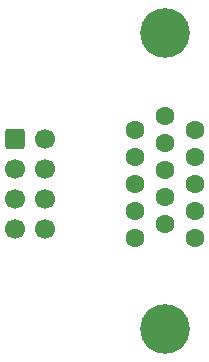
<source format=gbr>
%TF.GenerationSoftware,KiCad,Pcbnew,7.0.6*%
%TF.CreationDate,2023-09-09T11:26:50-04:00*%
%TF.ProjectId,AppleVGA-Connector,4170706c-6556-4474-912d-436f6e6e6563,A*%
%TF.SameCoordinates,Original*%
%TF.FileFunction,Soldermask,Bot*%
%TF.FilePolarity,Negative*%
%FSLAX46Y46*%
G04 Gerber Fmt 4.6, Leading zero omitted, Abs format (unit mm)*
G04 Created by KiCad (PCBNEW 7.0.6) date 2023-09-09 11:26:50*
%MOMM*%
%LPD*%
G01*
G04 APERTURE LIST*
G04 Aperture macros list*
%AMRoundRect*
0 Rectangle with rounded corners*
0 $1 Rounding radius*
0 $2 $3 $4 $5 $6 $7 $8 $9 X,Y pos of 4 corners*
0 Add a 4 corners polygon primitive as box body*
4,1,4,$2,$3,$4,$5,$6,$7,$8,$9,$2,$3,0*
0 Add four circle primitives for the rounded corners*
1,1,$1+$1,$2,$3*
1,1,$1+$1,$4,$5*
1,1,$1+$1,$6,$7*
1,1,$1+$1,$8,$9*
0 Add four rect primitives between the rounded corners*
20,1,$1+$1,$2,$3,$4,$5,0*
20,1,$1+$1,$4,$5,$6,$7,0*
20,1,$1+$1,$6,$7,$8,$9,0*
20,1,$1+$1,$8,$9,$2,$3,0*%
G04 Aperture macros list end*
%ADD10C,4.200000*%
%ADD11C,1.600000*%
%ADD12RoundRect,0.250000X-0.600000X-0.600000X0.600000X-0.600000X0.600000X0.600000X-0.600000X0.600000X0*%
%ADD13C,1.700000*%
G04 APERTURE END LIST*
D10*
%TO.C,J2*%
X144780000Y-116386000D03*
X144780000Y-91386000D03*
D11*
X142240000Y-99568000D03*
X142240000Y-101854000D03*
X142240000Y-104140000D03*
X142240000Y-106426000D03*
X142240000Y-108712000D03*
X144780000Y-98425000D03*
X144780000Y-100711000D03*
X144780000Y-102997000D03*
X144780000Y-105283000D03*
X144780000Y-107569000D03*
X147320000Y-99568000D03*
X147320000Y-101854000D03*
X147320000Y-104140000D03*
X147320000Y-106426000D03*
X147320000Y-108712000D03*
%TD*%
D12*
%TO.C,J1*%
X132080000Y-100330000D03*
D13*
X134620000Y-100330000D03*
X132080000Y-102870000D03*
X134620000Y-102870000D03*
X132080000Y-105410000D03*
X134620000Y-105410000D03*
X132080000Y-107950000D03*
X134620000Y-107950000D03*
%TD*%
M02*

</source>
